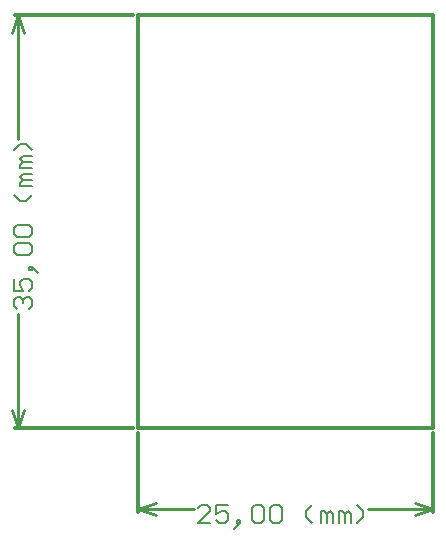
<source format=gm1>
%FSLAX44Y44*%
%MOMM*%
G71*
G01*
G75*
G04 Layer_Color=16711935*
%ADD10R,1.2000X1.2000*%
%ADD11R,1.0000X1.3000*%
%ADD12R,2.0000X5.5000*%
%ADD13O,0.5000X1.6500*%
%ADD14O,1.6500X0.5000*%
%ADD15R,1.3000X1.0000*%
%ADD16R,2.0000X2.5000*%
%ADD17R,0.5000X2.3000*%
%ADD18C,0.3000*%
%ADD19C,0.4000*%
%ADD20C,0.2000*%
%ADD21C,1.5000*%
%ADD22R,1.5000X1.5000*%
%ADD23R,1.5000X1.5000*%
%ADD24C,0.6000*%
%ADD25C,1.0000*%
%ADD26C,0.2500*%
%ADD27C,0.6000*%
%ADD28C,0.1800*%
%ADD29C,0.2032*%
%ADD30R,1.4032X1.4032*%
%ADD31R,1.2032X1.5032*%
%ADD32R,2.2032X5.7032*%
%ADD33O,0.7032X1.8532*%
%ADD34O,1.8532X0.7032*%
%ADD35R,1.5032X1.2032*%
%ADD36R,2.2032X2.7032*%
%ADD37R,0.7032X2.5032*%
%ADD38C,1.7032*%
%ADD39R,1.7032X1.7032*%
%ADD40R,1.7032X1.7032*%
%ADD41C,0.8032*%
%ADD42C,1.2032*%
%ADD43C,0.2540*%
%ADD44C,0.1524*%
D18*
X250000Y0D02*
Y350000D01*
X0D02*
X250000D01*
X0Y0D02*
Y350000D01*
Y0D02*
X250000D01*
Y-71120D02*
Y-4040D01*
X0Y-71120D02*
Y-4040D01*
X-104140Y350000D02*
X-4040D01*
X-104140Y0D02*
X-4040D01*
D43*
X194827Y-68580D02*
X250000D01*
X0D02*
X47045D01*
X234760Y-63500D02*
X250000Y-68580D01*
X234760Y-73660D02*
X250000Y-68580D01*
X0D02*
X15240Y-73660D01*
X0Y-68580D02*
X15240Y-63500D01*
X-101600Y244827D02*
Y350000D01*
Y0D02*
Y97045D01*
X-106680Y334760D02*
X-101600Y350000D01*
X-96520Y334760D01*
X-101600Y0D02*
X-96520Y15240D01*
X-106680D02*
X-101600Y0D01*
D44*
X61265Y-80261D02*
X51109D01*
X61265Y-70104D01*
Y-67565D01*
X58726Y-65026D01*
X53648D01*
X51109Y-67565D01*
X76500Y-65026D02*
X66344D01*
Y-72643D01*
X71422Y-70104D01*
X73961D01*
X76500Y-72643D01*
Y-77722D01*
X73961Y-80261D01*
X68883D01*
X66344Y-77722D01*
X84118Y-82800D02*
X86657Y-80261D01*
Y-77722D01*
X84118D01*
Y-80261D01*
X86657D01*
X84118Y-82800D01*
X81579Y-85339D01*
X96814Y-67565D02*
X99353Y-65026D01*
X104431D01*
X106971Y-67565D01*
Y-77722D01*
X104431Y-80261D01*
X99353D01*
X96814Y-77722D01*
Y-67565D01*
X112049D02*
X114588Y-65026D01*
X119666D01*
X122206Y-67565D01*
Y-77722D01*
X119666Y-80261D01*
X114588D01*
X112049Y-77722D01*
Y-67565D01*
X147597Y-80261D02*
X142519Y-75182D01*
Y-70104D01*
X147597Y-65026D01*
X155215Y-80261D02*
Y-70104D01*
X157754D01*
X160293Y-72643D01*
Y-80261D01*
Y-72643D01*
X162832Y-70104D01*
X165372Y-72643D01*
Y-80261D01*
X170450D02*
Y-70104D01*
X172989D01*
X175528Y-72643D01*
Y-80261D01*
Y-72643D01*
X178067Y-70104D01*
X180607Y-72643D01*
Y-80261D01*
X185685D02*
X190763Y-75182D01*
Y-70104D01*
X185685Y-65026D01*
X-102615Y101109D02*
X-105154Y103648D01*
Y108726D01*
X-102615Y111265D01*
X-100076D01*
X-97537Y108726D01*
Y106187D01*
Y108726D01*
X-94998Y111265D01*
X-92458D01*
X-89919Y108726D01*
Y103648D01*
X-92458Y101109D01*
X-105154Y126500D02*
Y116344D01*
X-97537D01*
X-100076Y121422D01*
Y123961D01*
X-97537Y126500D01*
X-92458D01*
X-89919Y123961D01*
Y118883D01*
X-92458Y116344D01*
X-87380Y134118D02*
X-89919Y136657D01*
X-92458D01*
Y134118D01*
X-89919D01*
Y136657D01*
X-87380Y134118D01*
X-84841Y131579D01*
X-102615Y146814D02*
X-105154Y149353D01*
Y154431D01*
X-102615Y156971D01*
X-92458D01*
X-89919Y154431D01*
Y149353D01*
X-92458Y146814D01*
X-102615D01*
Y162049D02*
X-105154Y164588D01*
Y169666D01*
X-102615Y172206D01*
X-92458D01*
X-89919Y169666D01*
Y164588D01*
X-92458Y162049D01*
X-102615D01*
X-89919Y197597D02*
X-94998Y192519D01*
X-100076D01*
X-105154Y197597D01*
X-89919Y205215D02*
X-100076D01*
Y207754D01*
X-97537Y210293D01*
X-89919D01*
X-97537D01*
X-100076Y212832D01*
X-97537Y215372D01*
X-89919D01*
Y220450D02*
X-100076D01*
Y222989D01*
X-97537Y225528D01*
X-89919D01*
X-97537D01*
X-100076Y228067D01*
X-97537Y230607D01*
X-89919D01*
Y235685D02*
X-94998Y240763D01*
X-100076D01*
X-105154Y235685D01*
M02*

</source>
